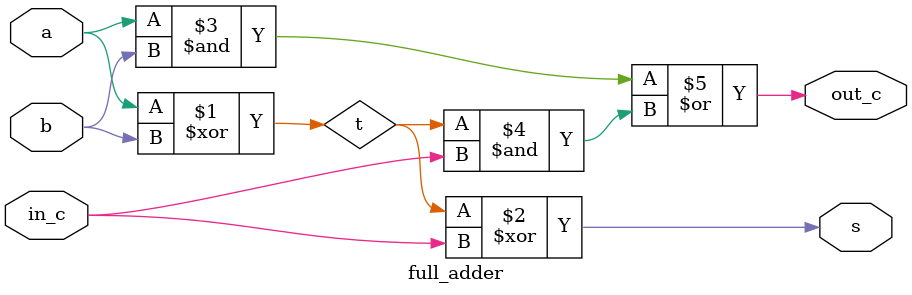
<source format=v>
/* ACM Class System (I) Fall Assignment 1 
 *
 *
 * Implement your naive adder here
 * 
 * GUIDE:
 *   1. Create a RTL project in Vivado
 *   2. Put this file into `Sources'
 *   3. Put `test_adder.v' into `Simulation Sources'
 *   4. Run Behavioral Simulation
 *   5. Make sure to run at least 100 steps during the simulation (usually 100ns)
 *   6. You can see the results in `Tcl console'
 *
 */

module adder(
    input [15:0] a,
    input [15:0] b,
    output [15:0] answer,
    output carry
);
wire c[15:0];
wire zero = 0;
full_adder  ADD0 (.a(a[0]), .b(b[0]), .in_c(zero), .s(answer[0]), .out_c(c[0])),
            ADD1 (.a(a[1]), .b(b[1]), .in_c(c[0]), .s(answer[1]), .out_c(c[1])),
            ADD2 (.a(a[2]), .b(b[2]), .in_c(c[1]), .s(answer[2]), .out_c(c[2])),
            ADD3 (.a(a[3]), .b(b[3]), .in_c(c[2]), .s(answer[3]), .out_c(c[3])),
            ADD4 (.a(a[4]), .b(b[4]), .in_c(c[3]), .s(answer[4]), .out_c(c[4])),
            ADD5 (.a(a[5]), .b(b[5]), .in_c(c[4]), .s(answer[5]), .out_c(c[5])),
            ADD6 (.a(a[6]), .b(b[6]), .in_c(c[5]), .s(answer[6]), .out_c(c[6])),
            ADD7 (.a(a[7]), .b(b[7]), .in_c(c[6]), .s(answer[7]), .out_c(c[7])),
            ADD8 (.a(a[8]), .b(b[8]), .in_c(c[7]), .s(answer[8]), .out_c(c[8])),
            ADD9 (.a(a[9]), .b(b[9]), .in_c(c[8]), .s(answer[9]), .out_c(c[9])),
            ADD10 (.a(a[10]), .b(b[10]), .in_c(c[9]), .s(answer[10]), .out_c(c[10])),
            ADD11 (.a(a[11]), .b(b[11]), .in_c(c[10]), .s(answer[11]), .out_c(c[11])),
            ADD12 (.a(a[12]), .b(b[12]), .in_c(c[11]), .s(answer[12]), .out_c(c[12])),
            ADD13 (.a(a[13]), .b(b[13]), .in_c(c[12]), .s(answer[13]), .out_c(c[13])),
            ADD14 (.a(a[14]), .b(b[14]), .in_c(c[13]), .s(answer[14]), .out_c(c[14])),
            ADD15 (.a(a[15]), .b(b[15]), .in_c(c[14]), .s(answer[15]), .out_c(c[15]));
assign carry = c[15];
endmodule

module full_adder(
    input a,
    input b,
    input in_c,
    output s,
    output out_c
);
wire t = a ^ b;
assign s = t ^ in_c;
assign out_c = a & b | t & in_c;

endmodule

</source>
